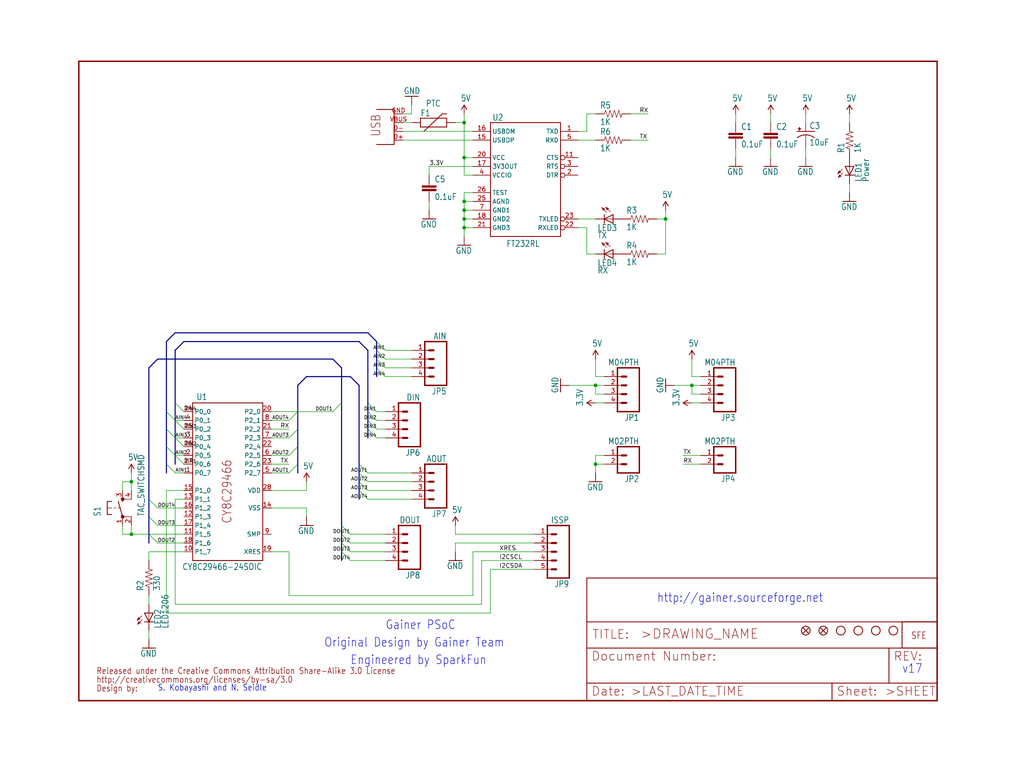
<source format=kicad_sch>
(kicad_sch (version 20211123) (generator eeschema)
  (paper "User" 297.002 223.926)
  (lib_symbols
    (symbol "eagleSchem-eagle-import:3.3V" (power)
      (property "Value" "3.3V" (at -1.016 3.556 0))
      (symbol "3.3V_1_0"
        (polyline (pts (xy 0 2.54) (xy -0.762 1.27)) (stroke (width 0.254)))
        (polyline (pts (xy 0.762 1.27) (xy 0 2.54)) (stroke (width 0.254)))
        (pin power_in line (at 0 0 90) (length 2.54) (name "3.3V") (number "1"))
      )
    )
    (symbol "eagleSchem-eagle-import:5V" (power)
      (property "Value" "5V" (at -1.016 3.556 0))
      (symbol "5V_1_0"
        (polyline (pts (xy 0 2.54) (xy -0.762 1.27)) (stroke (width 0.254)))
        (polyline (pts (xy 0.762 1.27) (xy 0 2.54)) (stroke (width 0.254)))
        (pin power_in line (at 0 0 90) (length 2.54) (name "5V") (number "1"))
      )
    )
    (symbol "eagleSchem-eagle-import:CAP0402"
      (property "Reference" "C" (at 1.524 2.921 0))
      (property "Value" "CAP0402" (at 1.524 -2.159 0))
      (symbol "CAP0402_1_0"
        (rectangle (start -2.032 0.508) (end 2.032 1.016) (fill (type outline)))
        (rectangle (start -2.032 1.524) (end 2.032 2.032) (fill (type outline)))
        (polyline (pts (xy 0 0) (xy 0 0.508)) (stroke (width 0.1524)))
        (polyline (pts (xy 0 2.54) (xy 0 2.032)) (stroke (width 0.1524)))
        (pin passive line (at 0 5.08 270) (length 2.54) (name "1") (number "1"))
        (pin passive line (at 0 -2.54 90) (length 2.54) (name "2") (number "2"))
      )
    )
    (symbol "eagleSchem-eagle-import:CAP_POL1206"
      (property "Reference" "C" (at 1.016 0.635 0))
      (property "Value" "CAP_POL1206" (at 1.016 -4.191 0))
      (symbol "CAP_POL1206_1_0"
        (rectangle (start -2.253 0.668) (end -1.364 0.795) (fill (type outline)))
        (rectangle (start -1.872 0.287) (end -1.745 1.176) (fill (type outline)))
        (arc (start 0 -1.0161) (mid -1.3021 -1.2302) (end -2.4669 -1.8504) (stroke (width 0.254)))
        (polyline (pts (xy -2.54 0) (xy 2.54 0)) (stroke (width 0.254)))
        (polyline (pts (xy 0 -1.016) (xy 0 -2.54)) (stroke (width 0.1524)))
        (arc (start 2.4892 -1.8542) (mid 1.3158 -1.2195) (end 0 -1) (stroke (width 0.254)))
        (pin passive line (at 0 2.54 270) (length 2.54) (name "+") (number "A"))
        (pin passive line (at 0 -5.08 90) (length 2.54) (name "-") (number "C"))
      )
    )
    (symbol "eagleSchem-eagle-import:CREATIVE_COMMONS"
      (symbol "CREATIVE_COMMONS_1_0"
        (text "Design by:" (at 0 0 0) (effects (font (size 1.778 1.5113)) (justify left bottom)))
        (text "http://creativecommons.org/licenses/by-sa/3.0" (at 0 2.54 0) (effects (font (size 1.778 1.5113)) (justify left bottom)))
        (text "Released under the Creative Commons Attribution Share-Alike 3.0 License" (at 0 5.08 0) (effects (font (size 1.778 1.5113)) (justify left bottom)))
      )
    )
    (symbol "eagleSchem-eagle-import:CY8C29466-24SOIC"
      (property "Reference" "IC" (at -5.08 23.368 0))
      (property "Value" "CY8C29466-24SOIC" (at -5.08 -25.146 0))
      (symbol "CY8C29466-24SOIC_1_0"
        (polyline (pts (xy -10.16 -22.86) (xy -10.16 22.86)) (stroke (width 0.254)))
        (polyline (pts (xy -10.16 22.86) (xy 10.16 22.86)) (stroke (width 0.254)))
        (polyline (pts (xy 10.16 -22.86) (xy -10.16 -22.86)) (stroke (width 0.254)))
        (polyline (pts (xy 10.16 22.86) (xy 10.16 -22.86)) (stroke (width 0.254)))
        (text "CY8C29466" (at 1.27 -12.192 900) (effects (font (size 2.54 2.159)) (justify left bottom)))
        (pin bidirectional line (at -12.7 2.54 0) (length 2.54) (name "P0_7") (number "1"))
        (pin bidirectional line (at -12.7 -20.32 0) (length 2.54) (name "P1_7") (number "10"))
        (pin bidirectional line (at -12.7 -15.24 0) (length 2.54) (name "P1_5") (number "11"))
        (pin bidirectional line (at -12.7 -10.16 0) (length 2.54) (name "P1_3") (number "12"))
        (pin bidirectional line (at -12.7 -5.08 0) (length 2.54) (name "P1_1") (number "13"))
        (pin power_in line (at 12.7 -7.62 180) (length 2.54) (name "VSS") (number "14"))
        (pin bidirectional line (at -12.7 -2.54 0) (length 2.54) (name "P1_0") (number "15"))
        (pin bidirectional line (at -12.7 -7.62 0) (length 2.54) (name "P1_2") (number "16"))
        (pin bidirectional line (at -12.7 -12.7 0) (length 2.54) (name "P1_4") (number "17"))
        (pin bidirectional line (at -12.7 -17.78 0) (length 2.54) (name "P1_6") (number "18"))
        (pin bidirectional line (at 12.7 -20.32 180) (length 2.54) (name "XRES") (number "19"))
        (pin bidirectional line (at -12.7 7.62 0) (length 2.54) (name "P0_5") (number "2"))
        (pin bidirectional line (at 12.7 20.32 180) (length 2.54) (name "P2_0") (number "20"))
        (pin bidirectional line (at 12.7 15.24 180) (length 2.54) (name "P2_2") (number "21"))
        (pin bidirectional line (at 12.7 10.16 180) (length 2.54) (name "P2_4") (number "22"))
        (pin bidirectional line (at 12.7 5.08 180) (length 2.54) (name "P2_6") (number "23"))
        (pin bidirectional line (at -12.7 20.32 0) (length 2.54) (name "P0_0") (number "24"))
        (pin bidirectional line (at -12.7 15.24 0) (length 2.54) (name "P0_2") (number "25"))
        (pin bidirectional line (at -12.7 10.16 0) (length 2.54) (name "P0_4") (number "26"))
        (pin bidirectional line (at -12.7 5.08 0) (length 2.54) (name "P0_6") (number "27"))
        (pin power_in line (at 12.7 -2.54 180) (length 2.54) (name "VDD") (number "28"))
        (pin bidirectional line (at -12.7 12.7 0) (length 2.54) (name "P0_3") (number "3"))
        (pin bidirectional line (at -12.7 17.78 0) (length 2.54) (name "P0_1") (number "4"))
        (pin bidirectional line (at 12.7 2.54 180) (length 2.54) (name "P2_7") (number "5"))
        (pin bidirectional line (at 12.7 7.62 180) (length 2.54) (name "P2_5") (number "6"))
        (pin bidirectional line (at 12.7 12.7 180) (length 2.54) (name "P2_3") (number "7"))
        (pin bidirectional line (at 12.7 17.78 180) (length 2.54) (name "P2_1") (number "8"))
        (pin bidirectional line (at 12.7 -15.24 180) (length 2.54) (name "SMP") (number "9"))
      )
    )
    (symbol "eagleSchem-eagle-import:FIDUCIAL1X2"
      (symbol "FIDUCIAL1X2_1_0"
        (polyline (pts (xy -0.762 0.762) (xy 0.762 -0.762)) (stroke (width 0.254)))
        (polyline (pts (xy 0.762 0.762) (xy -0.762 -0.762)) (stroke (width 0.254)))
        (circle (center 0 0) (radius 1.27) (stroke (width 0.254)))
      )
    )
    (symbol "eagleSchem-eagle-import:FRAME-LETTER"
      (symbol "FRAME-LETTER_1_0"
        (polyline (pts (xy 0 0) (xy 248.92 0)) (stroke (width 0.4064)))
        (polyline (pts (xy 0 185.42) (xy 0 0)) (stroke (width 0.4064)))
        (polyline (pts (xy 0 185.42) (xy 248.92 185.42)) (stroke (width 0.4064)))
        (polyline (pts (xy 248.92 185.42) (xy 248.92 0)) (stroke (width 0.4064)))
      )
      (symbol "FRAME-LETTER_2_0"
        (polyline (pts (xy 0 0) (xy 0 5.08)) (stroke (width 0.254)))
        (polyline (pts (xy 0 0) (xy 71.12 0)) (stroke (width 0.254)))
        (polyline (pts (xy 0 5.08) (xy 0 15.24)) (stroke (width 0.254)))
        (polyline (pts (xy 0 5.08) (xy 71.12 5.08)) (stroke (width 0.254)))
        (polyline (pts (xy 0 15.24) (xy 0 22.86)) (stroke (width 0.254)))
        (polyline (pts (xy 0 22.86) (xy 0 35.56)) (stroke (width 0.254)))
        (polyline (pts (xy 0 22.86) (xy 101.6 22.86)) (stroke (width 0.254)))
        (polyline (pts (xy 71.12 0) (xy 101.6 0)) (stroke (width 0.254)))
        (polyline (pts (xy 71.12 5.08) (xy 71.12 0)) (stroke (width 0.254)))
        (polyline (pts (xy 71.12 5.08) (xy 87.63 5.08)) (stroke (width 0.254)))
        (polyline (pts (xy 87.63 5.08) (xy 101.6 5.08)) (stroke (width 0.254)))
        (polyline (pts (xy 87.63 15.24) (xy 0 15.24)) (stroke (width 0.254)))
        (polyline (pts (xy 87.63 15.24) (xy 87.63 5.08)) (stroke (width 0.254)))
        (polyline (pts (xy 101.6 5.08) (xy 101.6 0)) (stroke (width 0.254)))
        (polyline (pts (xy 101.6 15.24) (xy 87.63 15.24)) (stroke (width 0.254)))
        (polyline (pts (xy 101.6 15.24) (xy 101.6 5.08)) (stroke (width 0.254)))
        (polyline (pts (xy 101.6 22.86) (xy 101.6 15.24)) (stroke (width 0.254)))
        (polyline (pts (xy 101.6 35.56) (xy 0 35.56)) (stroke (width 0.254)))
        (polyline (pts (xy 101.6 35.56) (xy 101.6 22.86)) (stroke (width 0.254)))
        (text ">DRAWING_NAME" (at 15.494 17.78 0) (effects (font (size 2.7432 2.7432)) (justify left bottom)))
        (text ">LAST_DATE_TIME" (at 12.7 1.27 0) (effects (font (size 2.54 2.54)) (justify left bottom)))
        (text ">SHEET" (at 86.36 1.27 0) (effects (font (size 2.54 2.54)) (justify left bottom)))
        (text "Date:" (at 1.27 1.27 0) (effects (font (size 2.54 2.54)) (justify left bottom)))
        (text "Document Number:" (at 1.27 11.43 0) (effects (font (size 2.54 2.54)) (justify left bottom)))
        (text "REV:" (at 88.9 11.43 0) (effects (font (size 2.54 2.54)) (justify left bottom)))
        (text "Sheet:" (at 72.39 1.27 0) (effects (font (size 2.54 2.54)) (justify left bottom)))
        (text "TITLE:" (at 1.524 17.78 0) (effects (font (size 2.54 2.54)) (justify left bottom)))
      )
    )
    (symbol "eagleSchem-eagle-import:FT232RL-BASICSSOP"
      (property "Value" "FT232RL-BASICSSOP" (at -7.62 -20.32 0))
      (symbol "FT232RL-BASICSSOP_1_0"
        (polyline (pts (xy -10.16 -17.78) (xy -10.16 15.24)) (stroke (width 0.254)))
        (polyline (pts (xy -10.16 15.24) (xy 10.16 15.24)) (stroke (width 0.254)))
        (polyline (pts (xy 10.16 -17.78) (xy -10.16 -17.78)) (stroke (width 0.254)))
        (polyline (pts (xy 10.16 15.24) (xy 10.16 -17.78)) (stroke (width 0.254)))
        (pin output line (at 15.24 12.7 180) (length 5.08) (name "TXD") (number "1"))
        (pin bidirectional inverted (at 15.24 5.08 180) (length 5.08) (name "CTS") (number "11"))
        (pin bidirectional line (at -15.24 10.16 0) (length 5.08) (name "USBDP") (number "15"))
        (pin bidirectional line (at -15.24 12.7 0) (length 5.08) (name "USBDM") (number "16"))
        (pin output line (at -15.24 2.54 0) (length 5.08) (name "3V3OUT") (number "17"))
        (pin power_in line (at -15.24 -12.7 0) (length 5.08) (name "GND2") (number "18"))
        (pin bidirectional inverted (at 15.24 0 180) (length 5.08) (name "DTR") (number "2"))
        (pin power_in line (at -15.24 5.08 0) (length 5.08) (name "VCC") (number "20"))
        (pin power_in line (at -15.24 -15.24 0) (length 5.08) (name "GND3") (number "21"))
        (pin bidirectional inverted (at 15.24 -15.24 180) (length 5.08) (name "RXLED") (number "22"))
        (pin bidirectional inverted (at 15.24 -12.7 180) (length 5.08) (name "TXLED") (number "23"))
        (pin power_in line (at -15.24 -7.62 0) (length 5.08) (name "AGND") (number "25"))
        (pin input line (at -15.24 -5.08 0) (length 5.08) (name "TEST") (number "26"))
        (pin bidirectional inverted (at 15.24 2.54 180) (length 5.08) (name "RTS") (number "3"))
        (pin power_in line (at -15.24 0 0) (length 5.08) (name "VCCIO") (number "4"))
        (pin input line (at 15.24 10.16 180) (length 5.08) (name "RXD") (number "5"))
        (pin power_in line (at -15.24 -10.16 0) (length 5.08) (name "GND1") (number "7"))
      )
    )
    (symbol "eagleSchem-eagle-import:GND" (power)
      (property "Value" "GND" (at -2.54 -2.54 0))
      (symbol "GND_1_0"
        (polyline (pts (xy -1.905 0) (xy 1.905 0)) (stroke (width 0.254)))
        (pin power_in line (at 0 2.54 270) (length 2.54) (name "GND") (number "1"))
      )
    )
    (symbol "eagleSchem-eagle-import:LED0603"
      (property "Reference" "LED" (at 3.556 -4.572 90))
      (property "Value" "LED0603" (at 5.715 -4.572 90))
      (symbol "LED0603_1_0"
        (polyline (pts (xy -2.032 -0.762) (xy -3.429 -2.159)) (stroke (width 0.1524)))
        (polyline (pts (xy -1.905 -1.905) (xy -3.302 -3.302)) (stroke (width 0.1524)))
        (polyline (pts (xy 0 -2.54) (xy -1.27 -2.54)) (stroke (width 0.254)))
        (polyline (pts (xy 0 -2.54) (xy -1.27 0)) (stroke (width 0.254)))
        (polyline (pts (xy 0 0) (xy -1.27 0)) (stroke (width 0.254)))
        (polyline (pts (xy 0 0) (xy 0 -2.54)) (stroke (width 0.1524)))
        (polyline (pts (xy 1.27 -2.54) (xy 0 -2.54)) (stroke (width 0.254)))
        (polyline (pts (xy 1.27 0) (xy 0 -2.54)) (stroke (width 0.254)))
        (polyline (pts (xy 1.27 0) (xy 0 0)) (stroke (width 0.254)))
        (polyline (pts (xy -3.429 -2.159) (xy -3.048 -1.27) (xy -2.54 -1.778)) (fill (type outline)))
        (polyline (pts (xy -3.302 -3.302) (xy -2.921 -2.413) (xy -2.413 -2.921)) (fill (type outline)))
        (pin passive line (at 0 2.54 270) (length 2.54) (name "A") (number "A"))
        (pin passive line (at 0 -5.08 90) (length 2.54) (name "C") (number "C"))
      )
    )
    (symbol "eagleSchem-eagle-import:LED1206"
      (property "Reference" "LED" (at 3.556 -4.572 90))
      (property "Value" "LED1206" (at 5.715 -4.572 90))
      (symbol "LED1206_1_0"
        (polyline (pts (xy -2.032 -0.762) (xy -3.429 -2.159)) (stroke (width 0.1524)))
        (polyline (pts (xy -1.905 -1.905) (xy -3.302 -3.302)) (stroke (width 0.1524)))
        (polyline (pts (xy 0 -2.54) (xy -1.27 -2.54)) (stroke (width 0.254)))
        (polyline (pts (xy 0 -2.54) (xy -1.27 0)) (stroke (width 0.254)))
        (polyline (pts (xy 0 0) (xy -1.27 0)) (stroke (width 0.254)))
        (polyline (pts (xy 0 0) (xy 0 -2.54)) (stroke (width 0.1524)))
        (polyline (pts (xy 1.27 -2.54) (xy 0 -2.54)) (stroke (width 0.254)))
        (polyline (pts (xy 1.27 0) (xy 0 -2.54)) (stroke (width 0.254)))
        (polyline (pts (xy 1.27 0) (xy 0 0)) (stroke (width 0.254)))
        (polyline (pts (xy -3.429 -2.159) (xy -3.048 -1.27) (xy -2.54 -1.778)) (fill (type outline)))
        (polyline (pts (xy -3.302 -3.302) (xy -2.921 -2.413) (xy -2.413 -2.921)) (fill (type outline)))
        (pin passive line (at 0 2.54 270) (length 2.54) (name "A") (number "A"))
        (pin passive line (at 0 -5.08 90) (length 2.54) (name "C") (number "C"))
      )
    )
    (symbol "eagleSchem-eagle-import:LOGO-SFENEW"
      (symbol "LOGO-SFENEW_1_0"
        (polyline (pts (xy -2.54 -2.54) (xy 7.62 -2.54)) (stroke (width 0.254)))
        (polyline (pts (xy -2.54 5.08) (xy -2.54 -2.54)) (stroke (width 0.254)))
        (polyline (pts (xy 7.62 -2.54) (xy 7.62 5.08)) (stroke (width 0.254)))
        (polyline (pts (xy 7.62 5.08) (xy -2.54 5.08)) (stroke (width 0.254)))
        (text "SFE" (at 0 0 0) (effects (font (size 1.9304 1.6408)) (justify left bottom)))
      )
    )
    (symbol "eagleSchem-eagle-import:M02PTH"
      (property "Reference" "JP" (at -2.54 5.842 0))
      (property "Value" "M02PTH" (at -2.54 -5.08 0))
      (symbol "M02PTH_1_0"
        (polyline (pts (xy -2.54 5.08) (xy -2.54 -2.54)) (stroke (width 0.4064)))
        (polyline (pts (xy -2.54 5.08) (xy 3.81 5.08)) (stroke (width 0.4064)))
        (polyline (pts (xy 1.27 0) (xy 2.54 0)) (stroke (width 0.6096)))
        (polyline (pts (xy 1.27 2.54) (xy 2.54 2.54)) (stroke (width 0.6096)))
        (polyline (pts (xy 3.81 -2.54) (xy -2.54 -2.54)) (stroke (width 0.4064)))
        (polyline (pts (xy 3.81 -2.54) (xy 3.81 5.08)) (stroke (width 0.4064)))
        (pin passive line (at 7.62 0 180) (length 5.08) (name "1") (number "1"))
        (pin passive line (at 7.62 2.54 180) (length 5.08) (name "2") (number "2"))
      )
    )
    (symbol "eagleSchem-eagle-import:M04PTH"
      (property "Reference" "JP" (at -5.08 8.382 0))
      (property "Value" "M04PTH" (at -5.08 -7.62 0))
      (symbol "M04PTH_1_0"
        (polyline (pts (xy -5.08 7.62) (xy -5.08 -5.08)) (stroke (width 0.4064)))
        (polyline (pts (xy -5.08 7.62) (xy 1.27 7.62)) (stroke (width 0.4064)))
        (polyline (pts (xy -1.27 -2.54) (xy 0 -2.54)) (stroke (width 0.6096)))
        (polyline (pts (xy -1.27 0) (xy 0 0)) (stroke (width 0.6096)))
        (polyline (pts (xy -1.27 2.54) (xy 0 2.54)) (stroke (width 0.6096)))
        (polyline (pts (xy -1.27 5.08) (xy 0 5.08)) (stroke (width 0.6096)))
        (polyline (pts (xy 1.27 -5.08) (xy -5.08 -5.08)) (stroke (width 0.4064)))
        (polyline (pts (xy 1.27 -5.08) (xy 1.27 7.62)) (stroke (width 0.4064)))
        (pin passive line (at 5.08 -2.54 180) (length 5.08) (name "1") (number "1"))
        (pin passive line (at 5.08 0 180) (length 5.08) (name "2") (number "2"))
        (pin passive line (at 5.08 2.54 180) (length 5.08) (name "3") (number "3"))
        (pin passive line (at 5.08 5.08 180) (length 5.08) (name "4") (number "4"))
      )
    )
    (symbol "eagleSchem-eagle-import:M05"
      (property "Reference" "JP" (at -2.54 8.382 0))
      (property "Value" "M05" (at -2.54 -10.16 0))
      (symbol "M05_1_0"
        (polyline (pts (xy -2.54 7.62) (xy -2.54 -7.62)) (stroke (width 0.4064)))
        (polyline (pts (xy -2.54 7.62) (xy 3.81 7.62)) (stroke (width 0.4064)))
        (polyline (pts (xy 1.27 -5.08) (xy 2.54 -5.08)) (stroke (width 0.6096)))
        (polyline (pts (xy 1.27 -2.54) (xy 2.54 -2.54)) (stroke (width 0.6096)))
        (polyline (pts (xy 1.27 0) (xy 2.54 0)) (stroke (width 0.6096)))
        (polyline (pts (xy 1.27 2.54) (xy 2.54 2.54)) (stroke (width 0.6096)))
        (polyline (pts (xy 1.27 5.08) (xy 2.54 5.08)) (stroke (width 0.6096)))
        (polyline (pts (xy 3.81 -7.62) (xy -2.54 -7.62)) (stroke (width 0.4064)))
        (polyline (pts (xy 3.81 -7.62) (xy 3.81 7.62)) (stroke (width 0.4064)))
        (pin passive line (at 7.62 -5.08 180) (length 5.08) (name "1") (number "1"))
        (pin passive line (at 7.62 -2.54 180) (length 5.08) (name "2") (number "2"))
        (pin passive line (at 7.62 0 180) (length 5.08) (name "3") (number "3"))
        (pin passive line (at 7.62 2.54 180) (length 5.08) (name "4") (number "4"))
        (pin passive line (at 7.62 5.08 180) (length 5.08) (name "5") (number "5"))
      )
    )
    (symbol "eagleSchem-eagle-import:PTCSMD"
      (property "Reference" "F" (at -2.54 3.048 0))
      (property "Value" "PTCSMD" (at -3.302 -5.08 0))
      (symbol "PTCSMD_1_0"
        (polyline (pts (xy -2.54 -1.27) (xy -2.54 1.27)) (stroke (width 0.254)))
        (polyline (pts (xy -2.54 1.27) (xy 5.08 1.27)) (stroke (width 0.254)))
        (polyline (pts (xy -1.524 -2.54) (xy 3.81 2.54)) (stroke (width 0.254)))
        (polyline (pts (xy 3.81 2.54) (xy 5.08 2.54)) (stroke (width 0.254)))
        (polyline (pts (xy 5.08 -1.27) (xy -2.54 -1.27)) (stroke (width 0.254)))
        (polyline (pts (xy 5.08 1.27) (xy 5.08 -1.27)) (stroke (width 0.254)))
        (pin bidirectional line (at -5.08 0 0) (length 2.54) (name "1") (number "1"))
        (pin bidirectional line (at 7.62 0 180) (length 2.54) (name "2") (number "2"))
      )
    )
    (symbol "eagleSchem-eagle-import:RESISTOR0402"
      (property "Reference" "R" (at -3.81 1.4986 0))
      (property "Value" "RESISTOR0402" (at -3.81 -3.302 0))
      (symbol "RESISTOR0402_1_0"
        (polyline (pts (xy -2.54 0) (xy -2.159 1.016)) (stroke (width 0.1524)))
        (polyline (pts (xy -2.159 1.016) (xy -1.524 -1.016)) (stroke (width 0.1524)))
        (polyline (pts (xy -1.524 -1.016) (xy -0.889 1.016)) (stroke (width 0.1524)))
        (polyline (pts (xy -0.889 1.016) (xy -0.254 -1.016)) (stroke (width 0.1524)))
        (polyline (pts (xy -0.254 -1.016) (xy 0.381 1.016)) (stroke (width 0.1524)))
        (polyline (pts (xy 0.381 1.016) (xy 1.016 -1.016)) (stroke (width 0.1524)))
        (polyline (pts (xy 1.016 -1.016) (xy 1.651 1.016)) (stroke (width 0.1524)))
        (polyline (pts (xy 1.651 1.016) (xy 2.286 -1.016)) (stroke (width 0.1524)))
        (polyline (pts (xy 2.286 -1.016) (xy 2.54 0)) (stroke (width 0.1524)))
        (pin passive line (at -5.08 0 0) (length 2.54) (name "1") (number "1"))
        (pin passive line (at 5.08 0 180) (length 2.54) (name "2") (number "2"))
      )
    )
    (symbol "eagleSchem-eagle-import:STAND-OFF"
      (symbol "STAND-OFF_1_0"
        (circle (center 0 0) (radius 1.27) (stroke (width 0.254)))
      )
    )
    (symbol "eagleSchem-eagle-import:TAC_SWITCHSMD"
      (property "Reference" "S" (at -2.54 6.35 0))
      (property "Value" "TAC_SWITCHSMD" (at -2.54 -6.35 0))
      (symbol "TAC_SWITCHSMD_1_0"
        (circle (center -2.54 0) (radius 0.127) (stroke (width 0.4064)))
        (polyline (pts (xy -2.54 -2.54) (xy -2.54 0)) (stroke (width 0.1524)))
        (polyline (pts (xy -2.54 0) (xy 1.905 1.27)) (stroke (width 0.254)))
        (polyline (pts (xy -1.905 4.445) (xy -1.905 3.175)) (stroke (width 0.254)))
        (polyline (pts (xy 0 1.27) (xy 0 0.635)) (stroke (width 0.1524)))
        (polyline (pts (xy 0 2.54) (xy 0 1.905)) (stroke (width 0.1524)))
        (polyline (pts (xy 0 4.445) (xy -1.905 4.445)) (stroke (width 0.254)))
        (polyline (pts (xy 0 4.445) (xy 0 3.175)) (stroke (width 0.1524)))
        (polyline (pts (xy 1.905 0) (xy 2.54 0)) (stroke (width 0.254)))
        (polyline (pts (xy 1.905 4.445) (xy 0 4.445)) (stroke (width 0.254)))
        (polyline (pts (xy 1.905 4.445) (xy 1.905 3.175)) (stroke (width 0.254)))
        (polyline (pts (xy 2.54 -2.54) (xy 2.54 0)) (stroke (width 0.1524)))
        (circle (center 2.54 0) (radius 0.127) (stroke (width 0.4064)))
        (pin passive line (at -5.08 0 0) (length 2.54) (name "1") (number "1"))
        (pin passive line (at -5.08 -2.54 0) (length 2.54) (name "2") (number "2"))
        (pin passive line (at 5.08 0 180) (length 2.54) (name "3") (number "3"))
        (pin passive line (at 5.08 -2.54 180) (length 2.54) (name "4") (number "4"))
      )
    )
    (symbol "eagleSchem-eagle-import:USBSMD"
      (symbol "USBSMD_1_0"
        (polyline (pts (xy 0 -1.27) (xy 5.08 -1.27)) (stroke (width 0.254)))
        (polyline (pts (xy 0 8.89) (xy 0 -1.27)) (stroke (width 0.254)))
        (polyline (pts (xy 5.08 8.89) (xy 0 8.89)) (stroke (width 0.254)))
        (text "USB" (at 3.81 0 900) (effects (font (size 2.54 2.159)) (justify left bottom)))
        (pin bidirectional line (at -2.54 7.62 0) (length 2.54) (name "D+") (number "D+"))
        (pin bidirectional line (at -2.54 5.08 0) (length 2.54) (name "D-") (number "D-"))
        (pin bidirectional line (at -2.54 0 0) (length 2.54) (name "GND") (number "GND"))
        (pin bidirectional line (at -2.54 2.54 0) (length 2.54) (name "VBUS") (number "VBUS"))
      )
    )
  )
  (junction (at 38.1 139.7))
  (junction (at 172.72 111.76))
  (junction (at 172.72 134.62))
  (junction (at 38.1 154.94))
  (junction (at 134.62 35.56))
  (junction (at 134.62 63.5))
  (junction (at 200.66 111.76))
  (junction (at 134.62 60.96))
  (junction (at 134.62 58.42))
  (junction (at 134.62 45.72))
  (junction (at 193.04 63.5))
  (junction (at 134.62 66.04))
  (bus_entry (at 96.52 119.38) (size 2.54 -2.54))
  (bus_entry (at 109.22 121.92) (size -2.54 -2.54))
  (bus_entry (at 83.82 127) (size 2.54 -2.54))
  (bus_entry (at 83.82 121.92) (size 2.54 -2.54))
  (bus_entry (at 53.34 124.46) (size -2.54 -2.54))
  (bus_entry (at 45.72 152.4) (size -2.54 -2.54))
  (bus_entry (at 111.76 106.68) (size -2.54 -2.54))
  (bus_entry (at 50.8 132.08) (size -2.54 -2.54))
  (bus_entry (at 106.68 142.24) (size -2.54 -2.54))
  (bus_entry (at 109.22 119.38) (size -2.54 -2.54))
  (bus_entry (at 53.34 129.54) (size -2.54 -2.54))
  (bus_entry (at 53.34 119.38) (size -2.54 -2.54))
  (bus_entry (at 50.8 127) (size -2.54 -2.54))
  (bus_entry (at 111.76 109.22) (size -2.54 -2.54))
  (bus_entry (at 109.22 127) (size -2.54 -2.54))
  (bus_entry (at 101.6 160.02) (size -2.54 -2.54))
  (bus_entry (at 53.34 134.62) (size -2.54 -2.54))
  (bus_entry (at 101.6 154.94) (size -2.54 -2.54))
  (bus_entry (at 83.82 137.16) (size 2.54 -2.54))
  (bus_entry (at 111.76 104.14) (size -2.54 -2.54))
  (bus_entry (at 109.22 124.46) (size -2.54 -2.54))
  (bus_entry (at 101.6 162.56) (size -2.54 -2.54))
  (bus_entry (at 45.72 147.32) (size -2.54 -2.54))
  (bus_entry (at 106.68 139.7) (size -2.54 -2.54))
  (bus_entry (at 83.82 132.08) (size 2.54 -2.54))
  (bus_entry (at 50.8 121.92) (size -2.54 -2.54))
  (bus_entry (at 45.72 157.48) (size -2.54 -2.54))
  (bus_entry (at 106.68 137.16) (size -2.54 -2.54))
  (bus_entry (at 111.76 101.6) (size -2.54 -2.54))
  (bus_entry (at 101.6 157.48) (size -2.54 -2.54))
  (bus_entry (at 50.8 137.16) (size -2.54 -2.54))
  (bus_entry (at 106.68 144.78) (size -2.54 -2.54))
  (wire (pts (xy 134.62 45.72) (xy 137.16 45.72)))
  (wire (pts (xy 78.74 134.62) (xy 83.82 134.62)))
  (wire (pts (xy 182.88 33.02) (xy 187.96 33.02)))
  (bus (pts (xy 43.18 144.78) (xy 43.18 106.68)))
  (wire (pts (xy 78.74 121.92) (xy 83.82 121.92)))
  (bus (pts (xy 48.26 129.54) (xy 48.26 124.46)))
  (bus (pts (xy 106.68 116.84) (xy 106.68 119.38)))
  (bus (pts (xy 99.06 160.02) (xy 99.06 162.56)))
  (wire (pts (xy 223.52 33.02) (xy 223.52 35.56)))
  (wire (pts (xy 213.36 43.18) (xy 213.36 45.72)))
  (bus (pts (xy 104.14 142.24) (xy 104.14 144.78)))
  (bus (pts (xy 48.26 124.46) (xy 48.26 119.38)))
  (wire (pts (xy 134.62 60.96) (xy 134.62 63.5)))
  (wire (pts (xy 203.2 132.08) (xy 198.12 132.08)))
  (bus (pts (xy 104.14 137.16) (xy 104.14 139.7)))
  (wire (pts (xy 223.52 45.72) (xy 223.52 43.18)))
  (wire (pts (xy 134.62 58.42) (xy 134.62 60.96)))
  (wire (pts (xy 132.08 157.48) (xy 132.08 160.02)))
  (wire (pts (xy 200.66 114.3) (xy 200.66 111.76)))
  (wire (pts (xy 78.74 147.32) (xy 88.9 147.32)))
  (wire (pts (xy 172.72 63.5) (xy 167.64 63.5)))
  (bus (pts (xy 86.36 134.62) (xy 86.36 129.54)))
  (bus (pts (xy 48.26 137.16) (xy 48.26 134.62)))
  (wire (pts (xy 233.68 45.72) (xy 233.68 43.18)))
  (bus (pts (xy 50.8 116.84) (xy 50.8 101.6)))
  (wire (pts (xy 134.62 35.56) (xy 134.62 33.02)))
  (wire (pts (xy 134.62 63.5) (xy 134.62 66.04)))
  (wire (pts (xy 78.74 127) (xy 83.82 127)))
  (bus (pts (xy 86.36 124.46) (xy 86.36 119.38)))
  (wire (pts (xy 134.62 50.8) (xy 134.62 45.72)))
  (wire (pts (xy 35.56 139.7) (xy 38.1 139.7)))
  (wire (pts (xy 213.36 35.56) (xy 213.36 33.02)))
  (wire (pts (xy 203.2 111.76) (xy 200.66 111.76)))
  (wire (pts (xy 88.9 142.24) (xy 88.9 139.7)))
  (wire (pts (xy 139.7 162.56) (xy 154.94 162.56)))
  (wire (pts (xy 78.74 142.24) (xy 88.9 142.24)))
  (wire (pts (xy 101.6 154.94) (xy 111.76 154.94)))
  (bus (pts (xy 86.36 111.76) (xy 88.9 109.22)))
  (wire (pts (xy 106.68 137.16) (xy 119.38 137.16)))
  (bus (pts (xy 104.14 99.06) (xy 106.68 101.6)))
  (wire (pts (xy 53.34 132.08) (xy 50.8 132.08)))
  (bus (pts (xy 96.52 104.14) (xy 99.06 106.68)))
  (wire (pts (xy 203.2 114.3) (xy 200.66 114.3)))
  (bus (pts (xy 50.8 132.08) (xy 50.8 127)))
  (wire (pts (xy 170.18 66.04) (xy 170.18 73.66)))
  (wire (pts (xy 53.34 147.32) (xy 45.72 147.32)))
  (wire (pts (xy 78.74 160.02) (xy 83.82 160.02)))
  (wire (pts (xy 182.88 40.64) (xy 187.96 40.64)))
  (wire (pts (xy 170.18 33.02) (xy 170.18 38.1)))
  (wire (pts (xy 167.64 66.04) (xy 170.18 66.04)))
  (wire (pts (xy 190.5 63.5) (xy 193.04 63.5)))
  (bus (pts (xy 45.72 104.14) (xy 96.52 104.14)))
  (bus (pts (xy 50.8 96.52) (xy 106.68 96.52)))
  (bus (pts (xy 109.22 101.6) (xy 109.22 104.14)))
  (wire (pts (xy 124.46 48.26) (xy 124.46 50.8)))
  (wire (pts (xy 43.18 154.94) (xy 38.1 154.94)))
  (wire (pts (xy 106.68 142.24) (xy 119.38 142.24)))
  (bus (pts (xy 43.18 157.48) (xy 43.18 154.94)))
  (wire (pts (xy 38.1 154.94) (xy 38.1 152.4)))
  (bus (pts (xy 109.22 104.14) (xy 109.22 106.68)))
  (bus (pts (xy 43.18 149.86) (xy 43.18 144.78)))
  (wire (pts (xy 53.34 137.16) (xy 50.8 137.16)))
  (wire (pts (xy 109.22 119.38) (xy 111.76 119.38)))
  (wire (pts (xy 53.34 157.48) (xy 45.72 157.48)))
  (wire (pts (xy 175.26 111.76) (xy 172.72 111.76)))
  (wire (pts (xy 132.08 152.4) (xy 132.08 154.94)))
  (bus (pts (xy 48.26 119.38) (xy 48.26 99.06)))
  (wire (pts (xy 193.04 63.5) (xy 193.04 60.96)))
  (bus (pts (xy 99.06 154.94) (xy 99.06 157.48)))
  (wire (pts (xy 101.6 160.02) (xy 111.76 160.02)))
  (bus (pts (xy 48.26 134.62) (xy 48.26 129.54)))
  (wire (pts (xy 203.2 116.84) (xy 200.66 116.84)))
  (bus (pts (xy 50.8 121.92) (xy 50.8 116.84)))
  (wire (pts (xy 137.16 172.72) (xy 137.16 160.02)))
  (wire (pts (xy 119.38 33.02) (xy 119.38 30.48)))
  (bus (pts (xy 99.06 106.68) (xy 99.06 116.84)))
  (wire (pts (xy 137.16 50.8) (xy 134.62 50.8)))
  (wire (pts (xy 50.8 144.78) (xy 50.8 175.26)))
  (wire (pts (xy 193.04 73.66) (xy 193.04 63.5)))
  (wire (pts (xy 167.64 40.64) (xy 172.72 40.64)))
  (wire (pts (xy 111.76 109.22) (xy 119.38 109.22)))
  (wire (pts (xy 172.72 33.02) (xy 170.18 33.02)))
  (wire (pts (xy 203.2 109.22) (xy 200.66 109.22)))
  (wire (pts (xy 53.34 160.02) (xy 43.18 160.02)))
  (wire (pts (xy 43.18 160.02) (xy 43.18 162.56)))
  (wire (pts (xy 111.76 106.68) (xy 119.38 106.68)))
  (bus (pts (xy 86.36 129.54) (xy 86.36 124.46)))
  (wire (pts (xy 137.16 55.88) (xy 134.62 55.88)))
  (wire (pts (xy 203.2 134.62) (xy 198.12 134.62)))
  (wire (pts (xy 175.26 134.62) (xy 172.72 134.62)))
  (wire (pts (xy 137.16 58.42) (xy 134.62 58.42)))
  (wire (pts (xy 78.74 119.38) (xy 86.36 119.38)))
  (bus (pts (xy 99.06 157.48) (xy 99.06 160.02)))
  (wire (pts (xy 35.56 152.4) (xy 35.56 154.94)))
  (wire (pts (xy 233.68 35.56) (xy 233.68 33.02)))
  (wire (pts (xy 50.8 175.26) (xy 139.7 175.26)))
  (bus (pts (xy 50.8 127) (xy 50.8 121.92)))
  (wire (pts (xy 132.08 154.94) (xy 154.94 154.94)))
  (wire (pts (xy 78.74 132.08) (xy 83.82 132.08)))
  (wire (pts (xy 35.56 142.24) (xy 35.56 139.7)))
  (wire (pts (xy 53.34 152.4) (xy 45.72 152.4)))
  (wire (pts (xy 83.82 172.72) (xy 137.16 172.72)))
  (wire (pts (xy 172.72 114.3) (xy 172.72 111.76)))
  (wire (pts (xy 53.34 127) (xy 50.8 127)))
  (bus (pts (xy 109.22 106.68) (xy 109.22 109.22)))
  (wire (pts (xy 137.16 66.04) (xy 134.62 66.04)))
  (wire (pts (xy 170.18 73.66) (xy 172.72 73.66)))
  (wire (pts (xy 53.34 121.92) (xy 50.8 121.92)))
  (wire (pts (xy 101.6 162.56) (xy 111.76 162.56)))
  (wire (pts (xy 142.24 165.1) (xy 154.94 165.1)))
  (bus (pts (xy 99.06 116.84) (xy 99.06 152.4)))
  (wire (pts (xy 132.08 157.48) (xy 154.94 157.48)))
  (bus (pts (xy 104.14 139.7) (xy 104.14 142.24)))
  (wire (pts (xy 142.24 177.8) (xy 142.24 165.1)))
  (wire (pts (xy 200.66 111.76) (xy 195.58 111.76)))
  (wire (pts (xy 137.16 63.5) (xy 134.62 63.5)))
  (wire (pts (xy 53.34 142.24) (xy 48.26 142.24)))
  (wire (pts (xy 172.72 109.22) (xy 172.72 104.14)))
  (bus (pts (xy 106.68 121.92) (xy 106.68 124.46)))
  (wire (pts (xy 43.18 172.72) (xy 43.18 175.26)))
  (wire (pts (xy 106.68 144.78) (xy 119.38 144.78)))
  (wire (pts (xy 137.16 38.1) (xy 116.84 38.1)))
  (wire (pts (xy 88.9 147.32) (xy 88.9 149.86)))
  (bus (pts (xy 106.68 101.6) (xy 106.68 116.84)))
  (wire (pts (xy 48.26 177.8) (xy 142.24 177.8)))
  (wire (pts (xy 43.18 182.88) (xy 43.18 185.42)))
  (bus (pts (xy 50.8 134.62) (xy 50.8 132.08)))
  (wire (pts (xy 101.6 157.48) (xy 111.76 157.48)))
  (wire (pts (xy 246.38 33.02) (xy 246.38 35.56)))
  (wire (pts (xy 78.74 124.46) (xy 83.82 124.46)))
  (wire (pts (xy 106.68 139.7) (xy 119.38 139.7)))
  (bus (pts (xy 48.26 99.06) (xy 50.8 96.52)))
  (wire (pts (xy 172.72 132.08) (xy 172.72 134.62)))
  (wire (pts (xy 78.74 137.16) (xy 83.82 137.16)))
  (wire (pts (xy 137.16 160.02) (xy 154.94 160.02)))
  (wire (pts (xy 172.72 111.76) (xy 165.1 111.76)))
  (wire (pts (xy 170.18 38.1) (xy 167.64 38.1)))
  (bus (pts (xy 106.68 96.52) (xy 109.22 99.06)))
  (wire (pts (xy 172.72 134.62) (xy 172.72 137.16)))
  (wire (pts (xy 139.7 175.26) (xy 139.7 162.56)))
  (wire (pts (xy 111.76 101.6) (xy 119.38 101.6)))
  (wire (pts (xy 38.1 139.7) (xy 38.1 137.16)))
  (bus (pts (xy 99.06 152.4) (xy 99.06 154.94)))
  (wire (pts (xy 116.84 35.56) (xy 119.38 35.56)))
  (wire (pts (xy 109.22 124.46) (xy 111.76 124.46)))
  (wire (pts (xy 175.26 114.3) (xy 172.72 114.3)))
  (wire (pts (xy 111.76 104.14) (xy 119.38 104.14)))
  (bus (pts (xy 88.9 109.22) (xy 101.6 109.22)))
  (wire (pts (xy 190.5 73.66) (xy 193.04 73.66)))
  (wire (pts (xy 109.22 121.92) (xy 111.76 121.92)))
  (wire (pts (xy 134.62 66.04) (xy 134.62 68.58)))
  (wire (pts (xy 134.62 55.88) (xy 134.62 58.42)))
  (wire (pts (xy 200.66 109.22) (xy 200.66 104.14)))
  (wire (pts (xy 246.38 55.88) (xy 246.38 53.34)))
  (wire (pts (xy 109.22 127) (xy 111.76 127)))
  (bus (pts (xy 109.22 99.06) (xy 109.22 101.6)))
  (wire (pts (xy 132.08 35.56) (xy 134.62 35.56)))
  (wire (pts (xy 83.82 160.02) (xy 83.82 172.72)))
  (wire (pts (xy 116.84 33.02) (xy 119.38 33.02)))
  (bus (pts (xy 86.36 119.38) (xy 86.36 111.76)))
  (bus (pts (xy 106.68 124.46) (xy 106.68 127)))
  (bus (pts (xy 101.6 109.22) (xy 104.14 111.76)))
  (wire (pts (xy 137.16 48.26) (xy 124.46 48.26)))
  (wire (pts (xy 35.56 154.94) (xy 38.1 154.94)))
  (bus (pts (xy 106.68 119.38) (xy 106.68 121.92)))
  (wire (pts (xy 86.36 119.38) (xy 96.52 119.38)))
  (bus (pts (xy 50.8 101.6) (xy 53.34 99.06)))
  (bus (pts (xy 43.18 106.68) (xy 45.72 104.14)))
  (wire (pts (xy 175.26 109.22) (xy 172.72 109.22)))
  (bus (pts (xy 104.14 111.76) (xy 104.14 134.62)))
  (bus (pts (xy 86.36 137.16) (xy 86.36 134.62)))
  (wire (pts (xy 175.26 132.08) (xy 172.72 132.08)))
  (wire (pts (xy 38.1 139.7) (xy 38.1 142.24)))
  (bus (pts (xy 43.18 154.94) (xy 43.18 149.86)))
  (wire (pts (xy 48.26 142.24) (xy 48.26 177.8)))
  (wire (pts (xy 134.62 35.56) (xy 134.62 45.72)))
  (wire (pts (xy 53.34 154.94) (xy 43.18 154.94)))
  (bus (pts (xy 53.34 99.06) (xy 104.14 99.06)))
  (wire (pts (xy 53.34 144.78) (xy 50.8 144.78)))
  (wire (pts (xy 124.46 60.96) (xy 124.46 58.42)))
  (wire (pts (xy 175.26 116.84) (xy 172.72 116.84)))
  (bus (pts (xy 104.14 134.62) (xy 104.14 137.16)))
  (wire (pts (xy 116.84 40.64) (xy 137.16 40.64)))
  (wire (pts (xy 137.16 60.96) (xy 134.62 60.96)))
  (text "Gainer PSoC" (at 111.76 182.88 180) (effects (font (size 2.54 2.159)) (justify left bottom)))
  (text "Original Design by Gainer Team" (at 93.98 187.96 180) (effects (font (size 2.54 2.159)) (justify left bottom)))
  (text "Engineered by SparkFun" (at 101.6 193.04 180) (effects (font (size 2.54 2.159)) (justify left bottom)))
  (text "http://gainer.sourceforge.net" (at 190.5 175.006 180) (effects (font (size 2.54 2.159)) (justify left bottom)))
  (text "v17" (at 261.62 195.58 180) (effects (font (size 2.54 2.159)) (justify left bottom)))
  (text "S. Kobayashi and N. Seidle" (at 45.72 200.66 180) (effects (font (size 1.778 1.5113)) (justify left bottom)))
  (label "TX" (at 198.12 132.08 0) (effects (font (size 1.2446 1.2446))))
  (label "AOUT3" (at 106.68 142.24 180) (effects (font (size 1.016 1.016))))
  (label "DIN2" (at 109.22 121.92 180) (effects (font (size 1.016 1.016))))
  (label "DIN4" (at 53.34 119.38 0) (effects (font (size 1.016 1.016))))
  (label "RX" (at 185.42 33.02 0) (effects (font (size 1.2446 1.2446))))
  (label "DIN4" (at 109.22 127 180) (effects (font (size 1.016 1.016))))
  (label "TX" (at 81.28 134.62 0) (effects (font (size 1.2446 1.2446))))
  (label "I2CSDA" (at 144.78 165.1 0) (effects (font (size 1.2446 1.2446))))
  (label "AOUT1" (at 106.68 137.16 180) (effects (font (size 1.016 1.016))))
  (label "AOUT4" (at 83.82 121.92 180) (effects (font (size 1.016 1.016))))
  (label "TX" (at 185.42 40.64 0) (effects (font (size 1.2446 1.2446))))
  (label "AIN1" (at 111.76 101.6 180) (effects (font (size 1.016 1.016))))
  (label "DOUT2" (at 101.6 157.48 180) (effects (font (size 1.016 1.016))))
  (label "DIN3" (at 53.34 124.46 0) (effects (font (size 1.016 1.016))))
  (label "DOUT3" (at 45.72 152.4 0) (effects (font (size 1.016 1.016))))
  (label "AIN2" (at 50.8 132.08 0) (effects (font (size 1.016 1.016))))
  (label "AOUT3" (at 83.82 127 180) (effects (font (size 1.016 1.016))))
  (label "RX" (at 81.28 124.46 0) (effects (font (size 1.2446 1.2446))))
  (label "3.3V" (at 124.46 48.26 0) (effects (font (size 1.2446 1.2446))))
  (label "DOUT3" (at 101.6 160.02 180) (effects (font (size 1.016 1.016))))
  (label "DIN1" (at 109.22 119.38 180) (effects (font (size 1.016 1.016))))
  (label "AIN4" (at 50.8 121.92 0) (effects (font (size 1.016 1.016))))
  (label "DOUT1" (at 101.6 154.94 180) (effects (font (size 1.016 1.016))))
  (label "DOUT4" (at 45.72 147.32 0) (effects (font (size 1.016 1.016))))
  (label "AIN3" (at 111.76 106.68 180) (effects (font (size 1.016 1.016))))
  (label "AIN1" (at 50.8 137.16 0) (effects (font (size 1.016 1.016))))
  (label "XRES" (at 144.78 160.02 0) (effects (font (size 1.2446 1.2446))))
  (label "AIN3" (at 50.8 127 0) (effects (font (size 1.016 1.016))))
  (label "AIN4" (at 111.76 109.22 180) (effects (font (size 1.016 1.016))))
  (label "RX" (at 198.12 134.62 0) (effects (font (size 1.2446 1.2446))))
  (label "AIN2" (at 111.76 104.14 180) (effects (font (size 1.016 1.016))))
  (label "DOUT1" (at 96.52 119.38 180) (effects (font (size 1.016 1.016))))
  (label "AOUT1" (at 83.82 137.16 180) (effects (font (size 1.016 1.016))))
  (label "AOUT2" (at 106.68 139.7 180) (effects (font (size 1.016 1.016))))
  (label "DOUT4" (at 101.6 162.56 180) (effects (font (size 1.016 1.016))))
  (label "DIN2" (at 53.34 129.54 0) (effects (font (size 1.016 1.016))))
  (label "DIN3" (at 109.22 124.46 180) (effects (font (size 1.016 1.016))))
  (label "DOUT2" (at 45.72 157.48 0) (effects (font (size 1.016 1.016))))
  (label "DIN1" (at 53.34 134.62 0) (effects (font (size 1.016 1.016))))
  (label "AOUT2" (at 83.82 132.08 180) (effects (font (size 1.016 1.016))))
  (label "AOUT4" (at 106.68 144.78 180) (effects (font (size 1.016 1.016))))
  (label "I2CSCL" (at 144.78 162.56 0) (effects (font (size 1.2446 1.2446))))
  (symbol (lib_id "eagleSchem-eagle-import:3.3V") (at 172.72 116.84 90) (unit 1)
    (property "Reference" "#P+3" (effects hide))
    (property "Value" "3.3V" (at 169.164 117.856 0) (effects (font (size 1.778 1.5113)) (justify left bottom)))
    (property "Footprint" "eagleSchem:" (effects hide))
  )
  (symbol (lib_id "eagleSchem-eagle-import:M05") (at 162.56 160.02 180) (unit 1)
    (property "Reference" "JP9" (at 165.1 168.402 0) (effects (font (size 1.778 1.5113)) (justify left bottom)))
    (property "Value" "ISSP" (at 165.1 149.86 0) (effects (font (size 1.778 1.5113)) (justify left bottom)))
    (property "Footprint" "eagleSchem:1X05" (effects hide))
  )
  (symbol (lib_id "eagleSchem-eagle-import:M04PTH") (at 116.84 121.92 180) (unit 1)
    (property "Reference" "JP6" (at 121.92 130.302 0) (effects (font (size 1.778 1.5113)) (justify left bottom)))
    (property "Value" "DIN" (at 121.92 114.3 0) (effects (font (size 1.778 1.5113)) (justify left bottom)))
    (property "Footprint" "eagleSchem:1X04" (effects hide))
  )
  (symbol (lib_id "eagleSchem-eagle-import:M02PTH") (at 182.88 132.08 180) (unit 1)
    (property "Reference" "JP2" (at 185.42 137.922 0) (effects (font (size 1.778 1.5113)) (justify left bottom)))
    (property "Value" "M02PTH" (at 185.42 127 0) (effects (font (size 1.778 1.5113)) (justify left bottom)))
    (property "Footprint" "eagleSchem:1X02" (effects hide))
  )
  (symbol (lib_id "eagleSchem-eagle-import:5V") (at 132.08 152.4 0) (unit 1)
    (property "Reference" "#U$11" (effects hide))
    (property "Value" "5V" (at 131.064 148.844 0) (effects (font (size 1.778 1.5113)) (justify left bottom)))
    (property "Footprint" "eagleSchem:" (effects hide))
  )
  (symbol (lib_id "eagleSchem-eagle-import:M04PTH") (at 116.84 157.48 180) (unit 1)
    (property "Reference" "JP8" (at 121.92 165.862 0) (effects (font (size 1.778 1.5113)) (justify left bottom)))
    (property "Value" "DOUT" (at 121.92 149.86 0) (effects (font (size 1.778 1.5113)) (justify left bottom)))
    (property "Footprint" "eagleSchem:1X04" (effects hide))
  )
  (symbol (lib_id "eagleSchem-eagle-import:GND") (at 233.68 48.26 0) (unit 1)
    (property "Reference" "#GND10" (effects hide))
    (property "Value" "GND" (at 231.14 50.8 0) (effects (font (size 1.778 1.5113)) (justify left bottom)))
    (property "Footprint" "eagleSchem:" (effects hide))
  )
  (symbol (lib_id "eagleSchem-eagle-import:STAND-OFF") (at 259.08 182.88 0) (unit 1)
    (property "Reference" "U$12" (effects hide))
    (property "Value" "STAND-OFF" (effects hide))
    (property "Footprint" "eagleSchem:STAND-OFF" (effects hide))
  )
  (symbol (lib_id "eagleSchem-eagle-import:M04PTH") (at 124.46 104.14 180) (unit 1)
    (property "Reference" "JP5" (at 129.54 112.522 0) (effects (font (size 1.778 1.5113)) (justify left bottom)))
    (property "Value" "AIN" (at 129.54 96.52 0) (effects (font (size 1.778 1.5113)) (justify left bottom)))
    (property "Footprint" "eagleSchem:1X04" (effects hide))
  )
  (symbol (lib_id "eagleSchem-eagle-import:GND") (at 132.08 162.56 0) (unit 1)
    (property "Reference" "#GND3" (effects hide))
    (property "Value" "GND" (at 129.54 165.1 0) (effects (font (size 1.778 1.5113)) (justify left bottom)))
    (property "Footprint" "eagleSchem:" (effects hide))
  )
  (symbol (lib_id "eagleSchem-eagle-import:STAND-OFF") (at 248.92 182.88 0) (unit 1)
    (property "Reference" "U$14" (effects hide))
    (property "Value" "STAND-OFF" (effects hide))
    (property "Footprint" "eagleSchem:STAND-OFF" (effects hide))
  )
  (symbol (lib_id "eagleSchem-eagle-import:LED0603") (at 177.8 63.5 270) (unit 1)
    (property "Reference" "LED3" (at 173.228 67.056 90) (effects (font (size 1.778 1.5113)) (justify left bottom)))
    (property "Value" "TX" (at 173.228 69.215 90) (effects (font (size 1.778 1.5113)) (justify left bottom)))
    (property "Footprint" "eagleSchem:LED-0603" (effects hide))
  )
  (symbol (lib_id "eagleSchem-eagle-import:M04PTH") (at 208.28 111.76 180) (unit 1)
    (property "Reference" "JP3" (at 213.36 120.142 0) (effects (font (size 1.778 1.5113)) (justify left bottom)))
    (property "Value" "M04PTH" (at 213.36 104.14 0) (effects (font (size 1.778 1.5113)) (justify left bottom)))
    (property "Footprint" "eagleSchem:1X04" (effects hide))
  )
  (symbol (lib_id "eagleSchem-eagle-import:CY8C29466-24SOIC") (at 66.04 139.7 0) (unit 1)
    (property "Reference" "U1" (at 56.896 116.078 0) (effects (font (size 1.778 1.5113)) (justify left bottom)))
    (property "Value" "CY8C29466-24SOIC" (at 52.832 165.354 0) (effects (font (size 1.778 1.5113)) (justify left bottom)))
    (property "Footprint" "eagleSchem:SOIC28" (effects hide))
  )
  (symbol (lib_id "eagleSchem-eagle-import:RESISTOR0402") (at 185.42 63.5 0) (unit 1)
    (property "Reference" "R3" (at 181.61 62.0014 0) (effects (font (size 1.778 1.5113)) (justify left bottom)))
    (property "Value" "1K" (at 181.61 66.802 0) (effects (font (size 1.778 1.5113)) (justify left bottom)))
    (property "Footprint" "eagleSchem:C0402" (effects hide))
  )
  (symbol (lib_id "eagleSchem-eagle-import:5V") (at 223.52 33.02 0) (unit 1)
    (property "Reference" "#U$16" (effects hide))
    (property "Value" "5V" (at 222.504 29.464 0) (effects (font (size 1.778 1.5113)) (justify left bottom)))
    (property "Footprint" "eagleSchem:" (effects hide))
  )
  (symbol (lib_id "eagleSchem-eagle-import:RESISTOR0402") (at 177.8 40.64 0) (unit 1)
    (property "Reference" "R6" (at 173.99 39.1414 0) (effects (font (size 1.778 1.5113)) (justify left bottom)))
    (property "Value" "1K" (at 173.99 43.942 0) (effects (font (size 1.778 1.5113)) (justify left bottom)))
    (property "Footprint" "eagleSchem:C0402" (effects hide))
  )
  (symbol (lib_id "eagleSchem-eagle-import:5V") (at 213.36 33.02 0) (unit 1)
    (property "Reference" "#U$9" (effects hide))
    (property "Value" "5V" (at 212.344 29.464 0) (effects (font (size 1.778 1.5113)) (justify left bottom)))
    (property "Footprint" "eagleSchem:" (effects hide))
  )
  (symbol (lib_id "eagleSchem-eagle-import:LED1206") (at 43.18 177.8 0) (unit 1)
    (property "Reference" "LED2" (at 46.736 182.372 90) (effects (font (size 1.778 1.5113)) (justify left bottom)))
    (property "Value" "LED1206" (at 48.895 182.372 90) (effects (font (size 1.778 1.5113)) (justify left bottom)))
    (property "Footprint" "eagleSchem:LED-1206" (effects hide))
  )
  (symbol (lib_id "eagleSchem-eagle-import:5V") (at 193.04 60.96 0) (unit 1)
    (property "Reference" "#U$5" (effects hide))
    (property "Value" "5V" (at 192.024 57.404 0) (effects (font (size 1.778 1.5113)) (justify left bottom)))
    (property "Footprint" "eagleSchem:" (effects hide))
  )
  (symbol (lib_id "eagleSchem-eagle-import:M02PTH") (at 210.82 132.08 180) (unit 1)
    (property "Reference" "JP4" (at 213.36 137.922 0) (effects (font (size 1.778 1.5113)) (justify left bottom)))
    (property "Value" "M02PTH" (at 213.36 127 0) (effects (font (size 1.778 1.5113)) (justify left bottom)))
    (property "Footprint" "eagleSchem:1X02" (effects hide))
  )
  (symbol (lib_id "eagleSchem-eagle-import:GND") (at 223.52 48.26 0) (unit 1)
    (property "Reference" "#GND11" (effects hide))
    (property "Value" "GND" (at 220.98 50.8 0) (effects (font (size 1.778 1.5113)) (justify left bottom)))
    (property "Footprint" "eagleSchem:" (effects hide))
  )
  (symbol (lib_id "eagleSchem-eagle-import:CREATIVE_COMMONS") (at 27.94 200.66 0) (unit 1)
    (property "Reference" "U$18" (effects hide))
    (property "Value" "CREATIVE_COMMONS" (effects hide))
    (property "Footprint" "eagleSchem:CREATIVE_COMMONS" (effects hide))
  )
  (symbol (lib_id "eagleSchem-eagle-import:GND") (at 88.9 152.4 0) (unit 1)
    (property "Reference" "#GND6" (effects hide))
    (property "Value" "GND" (at 86.36 154.94 0) (effects (font (size 1.778 1.5113)) (justify left bottom)))
    (property "Footprint" "eagleSchem:" (effects hide))
  )
  (symbol (lib_id "eagleSchem-eagle-import:M04PTH") (at 124.46 139.7 180) (unit 1)
    (property "Reference" "JP7" (at 129.54 148.082 0) (effects (font (size 1.778 1.5113)) (justify left bottom)))
    (property "Value" "AOUT" (at 129.54 132.08 0) (effects (font (size 1.778 1.5113)) (justify left bottom)))
    (property "Footprint" "eagleSchem:1X04" (effects hide))
  )
  (symbol (lib_id "eagleSchem-eagle-import:CAP0402") (at 213.36 40.64 0) (unit 1)
    (property "Reference" "C1" (at 214.884 37.719 0) (effects (font (size 1.778 1.5113)) (justify left bottom)))
    (property "Value" "0.1uF" (at 214.884 42.799 0) (effects (font (size 1.778 1.5113)) (justify left bottom)))
    (property "Footprint" "eagleSchem:C0402" (effects hide))
  )
  (symbol (lib_id "eagleSchem-eagle-import:GND") (at 162.56 111.76 270) (unit 1)
    (property "Reference" "#GND8" (effects hide))
    (property "Value" "GND" (at 160.02 109.22 0) (effects (font (size 1.778 1.5113)) (justify left bottom)))
    (property "Footprint" "eagleSchem:" (effects hide))
  )
  (symbol (lib_id "eagleSchem-eagle-import:CAP0402") (at 124.46 55.88 0) (unit 1)
    (property "Reference" "C5" (at 125.984 52.959 0) (effects (font (size 1.778 1.5113)) (justify left bottom)))
    (property "Value" "0.1uF" (at 125.984 58.039 0) (effects (font (size 1.778 1.5113)) (justify left bottom)))
    (property "Footprint" "eagleSchem:C0402" (effects hide))
  )
  (symbol (lib_id "eagleSchem-eagle-import:RESISTOR0402") (at 246.38 40.64 90) (unit 1)
    (property "Reference" "R1" (at 244.8814 44.45 0) (effects (font (size 1.778 1.5113)) (justify left bottom)))
    (property "Value" "1K" (at 249.682 44.45 0) (effects (font (size 1.778 1.5113)) (justify left bottom)))
    (property "Footprint" "eagleSchem:C0402" (effects hide))
  )
  (symbol (lib_id "eagleSchem-eagle-import:STAND-OFF") (at 243.84 182.88 0) (unit 1)
    (property "Reference" "U$15" (effects hide))
    (property "Value" "STAND-OFF" (effects hide))
    (property "Footprint" "eagleSchem:STAND-OFF" (effects hide))
  )
  (symbol (lib_id "eagleSchem-eagle-import:GND") (at 119.38 27.94 180) (unit 1)
    (property "Reference" "#GND1" (effects hide))
    (property "Value" "GND" (at 121.92 25.4 0) (effects (font (size 1.778 1.5113)) (justify left bottom)))
    (property "Footprint" "eagleSchem:" (effects hide))
  )
  (symbol (lib_id "eagleSchem-eagle-import:5V") (at 88.9 139.7 0) (unit 1)
    (property "Reference" "#U$8" (effects hide))
    (property "Value" "5V" (at 87.884 136.144 0) (effects (font (size 1.778 1.5113)) (justify left bottom)))
    (property "Footprint" "eagleSchem:" (effects hide))
  )
  (symbol (lib_id "eagleSchem-eagle-import:RESISTOR0402") (at 43.18 167.64 90) (unit 1)
    (property "Reference" "R2" (at 41.6814 171.45 0) (effects (font (size 1.778 1.5113)) (justify left bottom)))
    (property "Value" "330" (at 46.482 171.45 0) (effects (font (size 1.778 1.5113)) (justify left bottom)))
    (property "Footprint" "eagleSchem:C0402" (effects hide))
  )
  (symbol (lib_id "eagleSchem-eagle-import:5V") (at 200.66 104.14 0) (unit 1)
    (property "Reference" "#U$2" (effects hide))
    (property "Value" "5V" (at 199.644 100.584 0) (effects (font (size 1.778 1.5113)) (justify left bottom)))
    (property "Footprint" "eagleSchem:" (effects hide))
  )
  (symbol (lib_id "eagleSchem-eagle-import:RESISTOR0402") (at 185.42 73.66 0) (unit 1)
    (property "Reference" "R4" (at 181.61 72.1614 0) (effects (font (size 1.778 1.5113)) (justify left bottom)))
    (property "Value" "1K" (at 181.61 76.962 0) (effects (font (size 1.778 1.5113)) (justify left bottom)))
    (property "Footprint" "eagleSchem:C0402" (effects hide))
  )
  (symbol (lib_id "eagleSchem-eagle-import:GND") (at 213.36 48.26 0) (unit 1)
    (property "Reference" "#GND13" (effects hide))
    (property "Value" "GND" (at 210.82 50.8 0) (effects (font (size 1.778 1.5113)) (justify left bottom)))
    (property "Footprint" "eagleSchem:" (effects hide))
  )
  (symbol (lib_id "eagleSchem-eagle-import:FRAME-LETTER") (at 170.18 203.2 0) (unit 2)
    (property "Reference" "#FRAME1" (effects hide))
    (property "Value" "FRAME-LETTER" (effects hide))
    (property "Footprint" "eagleSchem:" (effects hide))
  )
  (symbol (lib_id "eagleSchem-eagle-import:5V") (at 38.1 137.16 0) (unit 1)
    (property "Reference" "#U$7" (effects hide))
    (property "Value" "5V" (at 37.084 133.604 0) (effects (font (size 1.778 1.5113)) (justify left bottom)))
    (property "Footprint" "eagleSchem:" (effects hide))
  )
  (symbol (lib_id "eagleSchem-eagle-import:FIDUCIAL1X2") (at 233.68 182.88 0) (unit 1)
    (property "Reference" "U$17" (effects hide))
    (property "Value" "FIDUCIAL1X2" (effects hide))
    (property "Footprint" "eagleSchem:FIDUCIAL-1X2" (effects hide))
  )
  (symbol (lib_id "eagleSchem-eagle-import:M04PTH") (at 180.34 111.76 180) (unit 1)
    (property "Reference" "JP1" (at 185.42 120.142 0) (effects (font (size 1.778 1.5113)) (justify left bottom)))
    (property "Value" "M04PTH" (at 185.42 104.14 0) (effects (font (size 1.778 1.5113)) (justify left bottom)))
    (property "Footprint" "eagleSchem:1X04" (effects hide))
  )
  (symbol (lib_id "eagleSchem-eagle-import:GND") (at 134.62 71.12 0) (unit 1)
    (property "Reference" "#GND4" (effects hide))
    (property "Value" "GND" (at 132.08 73.66 0) (effects (font (size 1.778 1.5113)) (justify left bottom)))
    (property "Footprint" "eagleSchem:" (effects hide))
  )
  (symbol (lib_id "eagleSchem-eagle-import:3.3V") (at 200.66 116.84 90) (unit 1)
    (property "Reference" "#P+2" (effects hide))
    (property "Value" "3.3V" (at 197.104 117.856 0) (effects (font (size 1.778 1.5113)) (justify left bottom)))
    (property "Footprint" "eagleSchem:" (effects hide))
  )
  (symbol (lib_id "eagleSchem-eagle-import:GND") (at 43.18 187.96 0) (unit 1)
    (property "Reference" "#GND7" (effects hide))
    (property "Value" "GND" (at 40.64 190.5 0) (effects (font (size 1.778 1.5113)) (justify left bottom)))
    (property "Footprint" "eagleSchem:" (effects hide))
  )
  (symbol (lib_id "eagleSchem-eagle-import:CAP0402") (at 223.52 40.64 0) (unit 1)
    (property "Reference" "C2" (at 225.044 37.719 0) (effects (font (size 1.778 1.5113)) (justify left bottom)))
    (property "Value" "0.1uF" (at 225.044 42.799 0) (effects (font (size 1.778 1.5113)) (justify left bottom)))
    (property "Footprint" "eagleSchem:C0402" (effects hide))
  )
  (symbol (lib_id "eagleSchem-eagle-import:LED1206") (at 246.38 48.26 0) (unit 1)
    (property "Reference" "LED1" (at 249.936 52.832 90) (effects (font (size 1.778 1.5113)) (justify left bottom)))
    (property "Value" "Power" (at 252.095 52.832 90) (effects (font (size 1.778 1.5113)) (justify left bottom)))
    (property "Footprint" "eagleSchem:LED-1206" (effects hide))
  )
  (symbol (lib_id "eagleSchem-eagle-import:FT232RL-BASICSSOP") (at 152.4 50.8 0) (unit 1)
    (property "Reference" "U2" (at 142.748 35.052 0) (effects (font (size 1.778 1.5113)) (justify left bottom)))
    (property "Value" "FT232RL" (at 146.812 71.628 0) (effects (font (size 1.778 1.5113)) (justify left bottom)))
    (property "Footprint" "eagleSchem:SSOP28DB" (effects hide))
  )
  (symbol (lib_id "eagleSchem-eagle-import:5V") (at 172.72 104.14 0) (unit 1)
    (property "Reference" "#U$20" (effects hide))
    (property "Value" "5V" (at 171.704 100.584 0) (effects (font (size 1.778 1.5113)) (justify left bottom)))
    (property "Footprint" "eagleSchem:" (effects hide))
  )
  (symbol (lib_id "eagleSchem-eagle-import:GND") (at 193.04 111.76 270) (unit 1)
    (property "Reference" "#GND12" (effects hide))
    (property "Value" "GND" (at 190.5 109.22 0) (effects (font (size 1.778 1.5113)) (justify left bottom)))
    (property "Footprint" "eagleSchem:" (effects hide))
  )
  (symbol (lib_id "eagleSchem-eagle-import:CAP_POL1206") (at 233.68 38.1 0) (unit 1)
    (property "Reference" "C3" (at 234.696 37.465 0) (effects (font (size 1.778 1.5113)) (justify left bottom)))
    (property "Value" "10uF" (at 234.696 42.291 0) (effects (font (size 1.778 1.5113)) (justify left bottom)))
    (property "Footprint" "eagleSchem:EIA3216" (effects hide))
  )
  (symbol (lib_id "eagleSchem-eagle-import:PTCSMD") (at 124.46 35.56 0) (unit 1)
    (property "Reference" "F1" (at 121.92 33.782 0) (effects (font (size 1.778 1.5113)) (justify left bottom)))
    (property "Value" "PTC" (at 123.444 30.988 0) (effects (font (size 1.778 1.5113)) (justify left bottom)))
    (property "Footprint" "eagleSchem:PTC-1206" (effects hide))
  )
  (symbol (lib_id "eagleSchem-eagle-import:FRAME-LETTER") (at 22.86 203.2 0) (unit 1)
    (property "Reference" "#FRAME1" (effects hide))
    (property "Value" "FRAME-LETTER" (effects hide))
    (property "Footprint" "eagleSchem:" (effects hide))
  )
  (symbol (lib_id "eagleSchem-eagle-import:5V") (at 134.62 33.02 0) (unit 1)
    (property "Reference" "#U$4" (effects hide))
    (property "Value" "5V" (at 133.604 29.464 0) (effects (font (size 1.778 1.5113)) (justify left bottom)))
    (property "Footprint" "eagleSchem:" (effects hide))
  )
  (symbol (lib_id "eagleSchem-eagle-import:LED0603") (at 177.8 73.66 270) (unit 1)
    (property "Reference" "LED4" (at 173.228 77.216 90) (effects (font (size 1.778 1.5113)) (justify left bottom)))
    (property "Value" "RX" (at 173.228 79.375 90) (effects (font (size 1.778 1.5113)) (justify left bottom)))
    (property "Footprint" "eagleSchem:LED-0603" (effects hide))
  )
  (symbol (lib_id "eagleSchem-eagle-import:5V") (at 246.38 33.02 0) (unit 1)
    (property "Reference" "#U$6" (effects hide))
    (property "Value" "5V" (at 245.364 29.464 0) (effects (font (size 1.778 1.5113)) (justify left bottom)))
    (property "Footprint" "eagleSchem:" (effects hide))
  )
  (symbol (lib_id "eagleSchem-eagle-import:GND") (at 124.46 63.5 0) (unit 1)
    (property "Reference" "#GND5" (effects hide))
    (property "Value" "GND" (at 121.92 66.04 0) (effects (font (size 1.778 1.5113)) (justify left bottom)))
    (property "Footprint" "eagleSchem:" (effects hide))
  )
  (symbol (lib_id "eagleSchem-eagle-import:5V") (at 233.68 33.02 0) (unit 1)
    (property "Reference" "#U$3" (effects hide))
    (property "Value" "5V" (at 232.664 29.464 0) (effects (font (size 1.778 1.5113)) (justify left bottom)))
    (property "Footprint" "eagleSchem:" (effects hide))
  )
  (symbol (lib_id "eagleSchem-eagle-import:GND") (at 246.38 58.42 0) (unit 1)
    (property "Reference" "#GND9" (effects hide))
    (property "Value" "GND" (at 243.84 60.96 0) (effects (font (size 1.778 1.5113)) (justify left bottom)))
    (property "Footprint" "eagleSchem:" (effects hide))
  )
  (symbol (lib_id "eagleSchem-eagle-import:STAND-OFF") (at 254 182.88 0) (unit 1)
    (property "Reference" "U$13" (effects hide))
    (property "Value" "STAND-OFF" (effects hide))
    (property "Footprint" "eagleSchem:STAND-OFF" (effects hide))
  )
  (symbol (lib_id "eagleSchem-eagle-import:GND") (at 172.72 139.7 0) (unit 1)
    (property "Reference" "#GND2" (effects hide))
    (property "Value" "GND" (at 170.18 142.24 0) (effects (font (size 1.778 1.5113)) (justify left bottom)))
    (property "Footprint" "eagleSchem:" (effects hide))
  )
  (symbol (lib_id "eagleSchem-eagle-import:LOGO-SFENEW") (at 264.16 185.42 0) (unit 1)
    (property "Reference" "U$1" (effects hide))
    (property "Value" "LOGO-SFENEW" (effects hide))
    (property "Footprint" "eagleSchem:SFE-NEW-WEBLOGO" (effects hide))
  )
  (symbol (lib_id "eagleSchem-eagle-import:USBSMD") (at 114.3 33.02 180) (unit 1)
    (property "Reference" "X2" (effects hide))
    (property "Value" "USBSMD" (effects hide))
    (property "Footprint" "eagleSchem:USB-MINIB" (effects hide))
  )
  (symbol (lib_id "eagleSchem-eagle-import:TAC_SWITCHSMD") (at 35.56 147.32 90) (unit 1)
    (property "Reference" "S1" (at 29.21 149.86 0) (effects (font (size 1.778 1.5113)) (justify left bottom)))
    (property "Value" "TAC_SWITCHSMD" (at 41.91 149.86 0) (effects (font (size 1.778 1.5113)) (justify left bottom)))
    (property "Footprint" "eagleSchem:TACTILE_SWITCH_SMD" (effects hide))
  )
  (symbol (lib_id "eagleSchem-eagle-import:RESISTOR0402") (at 177.8 33.02 0) (unit 1)
    (property "Reference" "R5" (at 173.99 31.5214 0) (effects (font (size 1.778 1.5113)) (justify left bottom)))
    (property "Value" "1K" (at 173.99 36.322 0) (effects (font (size 1.778 1.5113)) (justify left bottom)))
    (property "Footprint" "eagleSchem:C0402" (effects hide))
  )
  (symbol (lib_id "eagleSchem-eagle-import:FIDUCIAL1X2") (at 238.76 182.88 0) (unit 1)
    (property "Reference" "U$10" (effects hide))
    (property "Value" "FIDUCIAL1X2" (effects hide))
    (property "Footprint" "eagleSchem:FIDUCIAL-1X2" (effects hide))
  )
)
</source>
